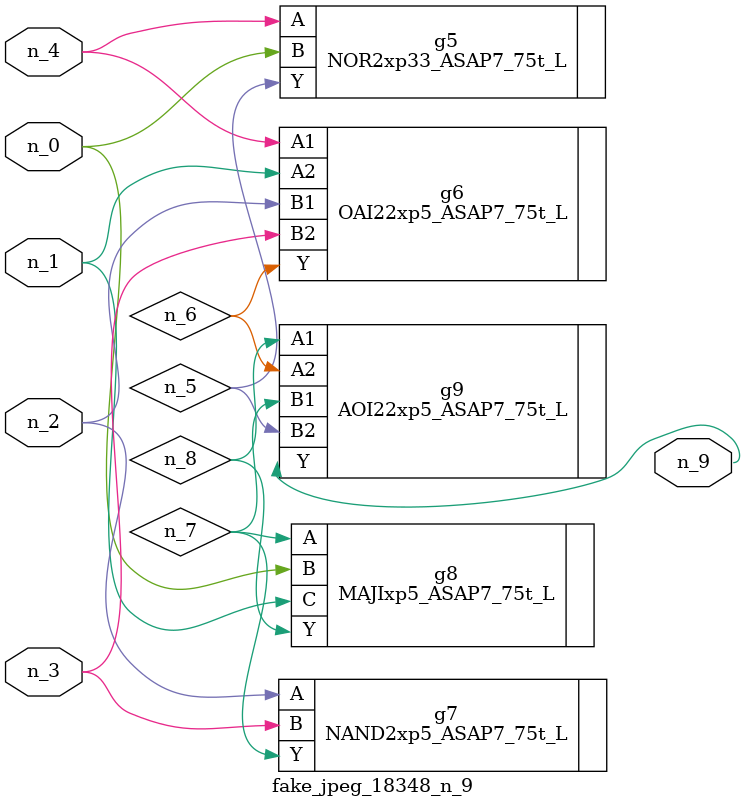
<source format=v>
module fake_jpeg_18348_n_9 (n_3, n_2, n_1, n_0, n_4, n_9);

input n_3;
input n_2;
input n_1;
input n_0;
input n_4;

output n_9;

wire n_8;
wire n_6;
wire n_5;
wire n_7;

NOR2xp33_ASAP7_75t_L g5 ( 
.A(n_4),
.B(n_0),
.Y(n_5)
);

OAI22xp5_ASAP7_75t_L g6 ( 
.A1(n_4),
.A2(n_1),
.B1(n_2),
.B2(n_3),
.Y(n_6)
);

NAND2xp5_ASAP7_75t_L g7 ( 
.A(n_2),
.B(n_3),
.Y(n_7)
);

MAJIxp5_ASAP7_75t_L g8 ( 
.A(n_7),
.B(n_0),
.C(n_1),
.Y(n_8)
);

AOI22xp5_ASAP7_75t_L g9 ( 
.A1(n_8),
.A2(n_6),
.B1(n_7),
.B2(n_5),
.Y(n_9)
);


endmodule
</source>
